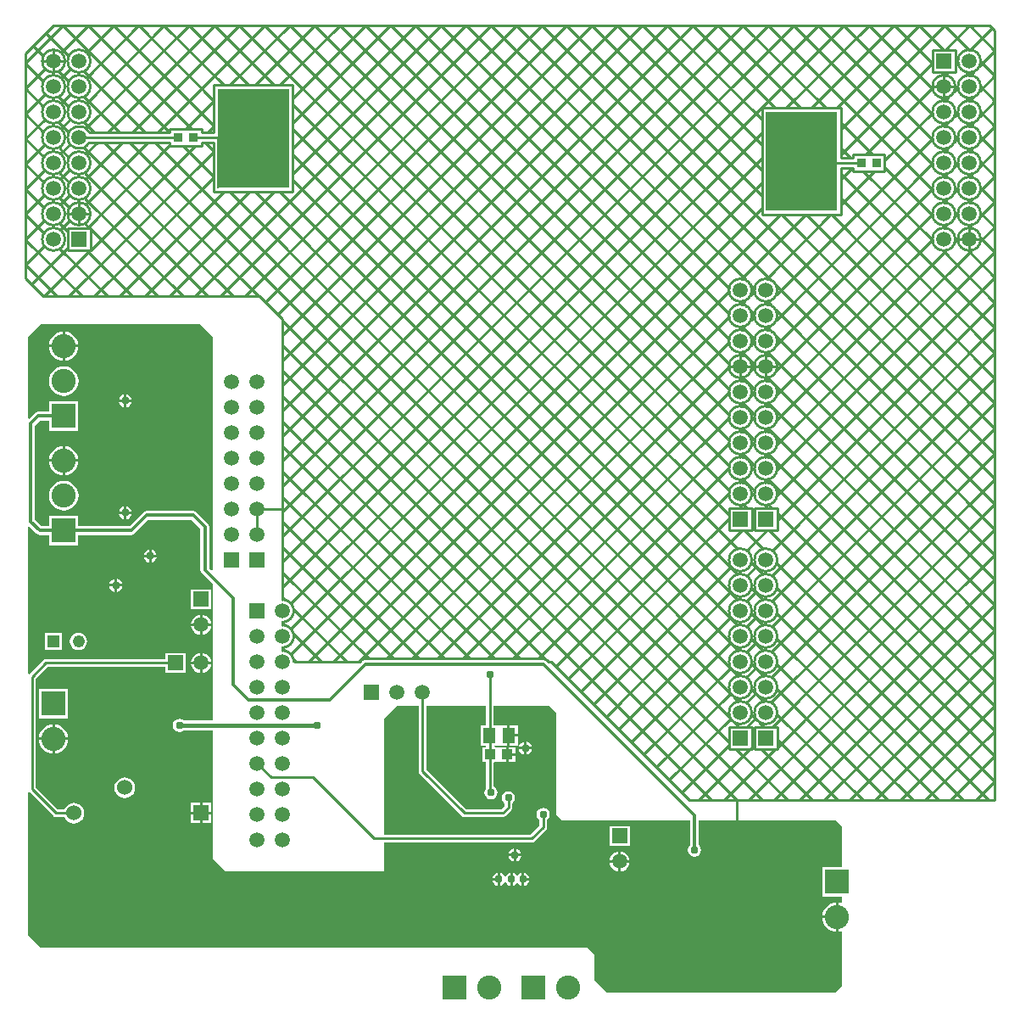
<source format=gbl>
G04 Layer_Physical_Order=2*
G04 Layer_Color=16711680*
%FSLAX25Y25*%
%MOIN*%
G70*
G01*
G75*
%ADD10C,0.01000*%
%ADD13R,0.03500X0.03500*%
%ADD16R,0.05118X0.05906*%
%ADD24C,0.01800*%
%ADD25C,0.01400*%
%ADD26R,0.05906X0.05906*%
%ADD27C,0.05906*%
%ADD28C,0.09500*%
%ADD29R,0.09500X0.09500*%
%ADD30R,0.09500X0.09500*%
%ADD31R,0.05906X0.05906*%
%ADD32R,0.06000X0.06000*%
%ADD33C,0.06000*%
%ADD34C,0.04800*%
%ADD35R,0.04800X0.04800*%
%ADD36C,0.03100*%
%ADD37R,0.04331X0.03937*%
%ADD38R,0.28000X0.39000*%
%ADD39R,0.00500X0.20000*%
G36*
X182500Y367500D02*
Y276105D01*
X182038Y275913D01*
X181233Y276718D01*
Y293000D01*
X181101Y293663D01*
X180726Y294226D01*
X176226Y298726D01*
X175663Y299101D01*
X175000Y299233D01*
X156500D01*
X155837Y299101D01*
X155274Y298726D01*
X149782Y293233D01*
X129750D01*
Y297250D01*
X118250D01*
Y293233D01*
X115218D01*
X112733Y295718D01*
Y332782D01*
X114718Y334767D01*
X118250D01*
Y330750D01*
X129750D01*
Y342250D01*
X118250D01*
Y338233D01*
X114000D01*
X113337Y338101D01*
X112774Y337726D01*
X110462Y335413D01*
X110000Y335605D01*
Y367500D01*
X115000Y372500D01*
X177500D01*
X182500Y367500D01*
D02*
G37*
G36*
X177767Y292282D02*
Y276000D01*
X177899Y275337D01*
X178274Y274774D01*
X182500Y270549D01*
Y216937D01*
X171191D01*
X170495Y217402D01*
X169500Y217600D01*
X168505Y217402D01*
X167662Y216839D01*
X167098Y215995D01*
X166900Y215000D01*
X167098Y214005D01*
X167662Y213161D01*
X168505Y212598D01*
X169500Y212400D01*
X170495Y212598D01*
X171191Y213063D01*
X182500D01*
Y162500D01*
X187500Y157500D01*
X250000D01*
Y168500D01*
Y168971D01*
X308000D01*
X308585Y169087D01*
X309081Y169419D01*
X313581Y173919D01*
X313913Y174415D01*
X314029Y175000D01*
Y177955D01*
X314338Y178162D01*
X314902Y179005D01*
X315100Y180000D01*
X314902Y180995D01*
X314338Y181838D01*
X313495Y182402D01*
X312500Y182600D01*
X311505Y182402D01*
X310662Y181838D01*
X310098Y180995D01*
X309900Y180000D01*
X310098Y179005D01*
X310662Y178162D01*
X310971Y177955D01*
Y175634D01*
X307366Y172029D01*
X250000D01*
Y217500D01*
X255000Y222500D01*
X263471D01*
Y197000D01*
X263587Y196415D01*
X263919Y195919D01*
X280419Y179419D01*
X280915Y179087D01*
X281500Y178971D01*
X296500D01*
X297085Y179087D01*
X297581Y179419D01*
X299877Y181714D01*
X300208Y182210D01*
X300325Y182795D01*
Y184455D01*
X300634Y184662D01*
X301197Y185505D01*
X301395Y186500D01*
X301197Y187495D01*
X300634Y188338D01*
X299790Y188902D01*
X298795Y189100D01*
X297800Y188902D01*
X296957Y188338D01*
X296393Y187495D01*
X296195Y186500D01*
X296393Y185505D01*
X296957Y184662D01*
X297266Y184455D01*
Y183429D01*
X295866Y182029D01*
X282134D01*
X266529Y197634D01*
Y222500D01*
X289971D01*
Y214953D01*
X287876D01*
Y207047D01*
X289971D01*
Y206469D01*
X288473D01*
Y200532D01*
X289971D01*
Y190053D01*
X289598Y189495D01*
X289400Y188500D01*
X289598Y187505D01*
X290161Y186662D01*
X291005Y186098D01*
X292000Y185900D01*
X292995Y186098D01*
X293839Y186662D01*
X294402Y187505D01*
X294600Y188500D01*
X294402Y189495D01*
X293839Y190338D01*
X293029Y190879D01*
Y200178D01*
X293383Y200532D01*
X294665D01*
X294803Y200532D01*
X294984D01*
X295165D01*
X295303Y200532D01*
X297831D01*
Y203500D01*
Y206469D01*
X295303D01*
X295165Y206469D01*
X294984D01*
X294803D01*
X294665Y206469D01*
X293511D01*
X293304Y206968D01*
X293383Y207047D01*
X294856D01*
X294994Y207047D01*
X295175D01*
X295356D01*
X295494Y207047D01*
X298415D01*
Y211000D01*
Y214953D01*
X295494D01*
X295356Y214953D01*
X295175D01*
X294994D01*
X294856Y214953D01*
X293029D01*
Y222500D01*
X315000D01*
X317500Y220000D01*
Y215000D01*
Y180000D01*
X320000Y177500D01*
X370267D01*
Y167909D01*
X370162Y167838D01*
X369598Y166995D01*
X369400Y166000D01*
X369598Y165005D01*
X370162Y164162D01*
X371005Y163598D01*
X372000Y163400D01*
X372995Y163598D01*
X373838Y164162D01*
X374402Y165005D01*
X374600Y166000D01*
X374402Y166995D01*
X373838Y167838D01*
X373733Y167909D01*
Y177500D01*
X427500D01*
X430000Y175000D01*
Y159250D01*
X422250D01*
Y147750D01*
X430000D01*
Y145566D01*
X429584Y145288D01*
X429501Y145323D01*
X428500Y145454D01*
Y139720D01*
Y133987D01*
X429501Y134118D01*
X429584Y134153D01*
X430000Y133875D01*
Y112500D01*
X427500Y110000D01*
X337500D01*
X332500Y115000D01*
Y125000D01*
X330000Y127500D01*
X115000D01*
X110000Y132500D01*
Y188645D01*
X110182Y188764D01*
X110500Y188837D01*
X119919Y179419D01*
X120415Y179087D01*
X121000Y178971D01*
X124304D01*
X124506Y178483D01*
X125147Y177647D01*
X125983Y177006D01*
X126956Y176603D01*
X128000Y176465D01*
X129044Y176603D01*
X130017Y177006D01*
X130853Y177647D01*
X131494Y178483D01*
X131897Y179456D01*
X132035Y180500D01*
X131897Y181544D01*
X131494Y182517D01*
X130853Y183353D01*
X130017Y183994D01*
X129044Y184397D01*
X128000Y184535D01*
X126956Y184397D01*
X125983Y183994D01*
X125147Y183353D01*
X124506Y182517D01*
X124304Y182029D01*
X121634D01*
X113029Y190633D01*
Y233366D01*
X117633Y237971D01*
X164047D01*
Y235547D01*
X171953D01*
Y243453D01*
X164047D01*
Y241029D01*
X117000D01*
X116512Y240932D01*
X116415Y240913D01*
X115919Y240581D01*
X110500Y235163D01*
X110182Y235236D01*
X110000Y235355D01*
Y292895D01*
X110462Y293087D01*
X113274Y290274D01*
X113837Y289899D01*
X114500Y289767D01*
X118250D01*
Y285750D01*
X129750D01*
Y289767D01*
X150500D01*
X151163Y289899D01*
X151726Y290274D01*
X157218Y295767D01*
X174282D01*
X177767Y292282D01*
D02*
G37*
%LPC*%
G36*
X305000Y205500D02*
X302999D01*
X303098Y205005D01*
X303661Y204162D01*
X304505Y203598D01*
X305000Y203500D01*
Y205500D01*
D02*
G37*
G36*
X301496Y203000D02*
X298831D01*
Y200532D01*
X301496D01*
Y203000D01*
D02*
G37*
G36*
X119500Y209221D02*
X114266D01*
X114398Y208219D01*
X114977Y206821D01*
X115899Y205620D01*
X117100Y204698D01*
X118499Y204118D01*
X119500Y203987D01*
Y209221D01*
D02*
G37*
G36*
X308000Y205500D02*
X306000D01*
Y203500D01*
X306495Y203598D01*
X307339Y204162D01*
X307902Y205005D01*
X308000Y205500D01*
D02*
G37*
G36*
X148000Y194535D02*
X146956Y194397D01*
X145983Y193994D01*
X145147Y193353D01*
X144506Y192517D01*
X144103Y191544D01*
X143965Y190500D01*
X144103Y189456D01*
X144506Y188483D01*
X145147Y187647D01*
X145983Y187006D01*
X146956Y186603D01*
X148000Y186466D01*
X149044Y186603D01*
X150017Y187006D01*
X150853Y187647D01*
X151494Y188483D01*
X151897Y189456D01*
X152034Y190500D01*
X151897Y191544D01*
X151494Y192517D01*
X150853Y193353D01*
X150017Y193994D01*
X149044Y194397D01*
X148000Y194535D01*
D02*
G37*
G36*
X182000Y180000D02*
X178500D01*
Y176500D01*
X182000D01*
Y180000D01*
D02*
G37*
G36*
X177500Y239000D02*
X174079D01*
X174149Y238468D01*
X174547Y237507D01*
X175181Y236681D01*
X176006Y236047D01*
X176968Y235649D01*
X177500Y235579D01*
Y239000D01*
D02*
G37*
G36*
X182000Y184500D02*
X178500D01*
Y181000D01*
X182000D01*
Y184500D01*
D02*
G37*
G36*
X177500D02*
X174000D01*
Y181000D01*
X177500D01*
Y184500D01*
D02*
G37*
G36*
X119500Y215454D02*
X118499Y215322D01*
X117100Y214743D01*
X115899Y213821D01*
X114977Y212620D01*
X114398Y211222D01*
X114266Y210221D01*
X119500D01*
Y215454D01*
D02*
G37*
G36*
X302474Y210500D02*
X299415D01*
Y207047D01*
X302474D01*
Y210500D01*
D02*
G37*
G36*
X299415Y214953D02*
Y211500D01*
X302474D01*
Y214953D01*
X299415D01*
D02*
G37*
G36*
X120500Y215454D02*
Y210221D01*
X125734D01*
X125602Y211222D01*
X125023Y212620D01*
X124101Y213821D01*
X122900Y214743D01*
X121501Y215322D01*
X120500Y215454D01*
D02*
G37*
G36*
X306000Y208501D02*
Y206500D01*
X308000D01*
X307902Y206995D01*
X307339Y207839D01*
X306495Y208402D01*
X306000Y208501D01*
D02*
G37*
G36*
X125750Y229250D02*
X114250D01*
Y217750D01*
X125750D01*
Y229250D01*
D02*
G37*
G36*
X125734Y209221D02*
X120500D01*
Y203987D01*
X121501Y204118D01*
X122900Y204698D01*
X124101Y205620D01*
X125023Y206821D01*
X125602Y208219D01*
X125734Y209221D01*
D02*
G37*
G36*
X305000Y208501D02*
X304505Y208402D01*
X303661Y207839D01*
X303098Y206995D01*
X302999Y206500D01*
X305000D01*
Y208501D01*
D02*
G37*
G36*
X298831Y206469D02*
Y204000D01*
X301496D01*
Y206469D01*
X298831D01*
D02*
G37*
G36*
X299500Y157001D02*
X299005Y156902D01*
X298162Y156338D01*
X297801Y155798D01*
X297199D01*
X296838Y156338D01*
X295995Y156902D01*
X295500Y157001D01*
Y154500D01*
Y151999D01*
X295995Y152098D01*
X296838Y152662D01*
X297199Y153202D01*
X297801D01*
X298162Y152662D01*
X299005Y152098D01*
X299500Y151999D01*
Y154500D01*
Y157001D01*
D02*
G37*
G36*
X305000D02*
Y155000D01*
X307000D01*
X306902Y155495D01*
X306339Y156338D01*
X305495Y156902D01*
X305000Y157001D01*
D02*
G37*
G36*
X342000Y161000D02*
X338579D01*
X338649Y160468D01*
X339047Y159507D01*
X339681Y158681D01*
X340507Y158047D01*
X341468Y157649D01*
X342000Y157579D01*
Y161000D01*
D02*
G37*
G36*
X304000Y157001D02*
X303505Y156902D01*
X302661Y156338D01*
X302500Y156097D01*
X302000D01*
X301838Y156338D01*
X300995Y156902D01*
X300500Y157001D01*
Y154500D01*
Y151999D01*
X300995Y152098D01*
X301838Y152662D01*
X302000Y152903D01*
X302500D01*
X302661Y152662D01*
X303505Y152098D01*
X304000Y151999D01*
Y154500D01*
Y157001D01*
D02*
G37*
G36*
X294500D02*
X294005Y156902D01*
X293162Y156338D01*
X292598Y155495D01*
X292499Y155000D01*
X294500D01*
Y157001D01*
D02*
G37*
G36*
X427500Y145454D02*
X426499Y145323D01*
X425100Y144743D01*
X423899Y143821D01*
X422977Y142620D01*
X422398Y141221D01*
X422266Y140220D01*
X427500D01*
Y145454D01*
D02*
G37*
G36*
Y139220D02*
X422266D01*
X422398Y138219D01*
X422977Y136821D01*
X423899Y135619D01*
X425100Y134698D01*
X426499Y134118D01*
X427500Y133987D01*
Y139220D01*
D02*
G37*
G36*
X307000Y154000D02*
X305000D01*
Y151999D01*
X305495Y152098D01*
X306339Y152662D01*
X306902Y153505D01*
X307000Y154000D01*
D02*
G37*
G36*
X294500D02*
X292499D01*
X292598Y153505D01*
X293162Y152662D01*
X294005Y152098D01*
X294500Y151999D01*
Y154000D01*
D02*
G37*
G36*
X301854Y166500D02*
Y164500D01*
X303855D01*
X303756Y164995D01*
X303193Y165838D01*
X302349Y166402D01*
X301854Y166500D01*
D02*
G37*
G36*
X300854D02*
X300359Y166402D01*
X299516Y165838D01*
X298952Y164995D01*
X298854Y164500D01*
X300854D01*
Y166500D01*
D02*
G37*
G36*
X177500Y180000D02*
X174000D01*
Y176500D01*
X177500D01*
Y180000D01*
D02*
G37*
G36*
X346453Y175453D02*
X338547D01*
Y167547D01*
X346453D01*
Y175453D01*
D02*
G37*
G36*
X343000Y165421D02*
Y162000D01*
X346421D01*
X346351Y162532D01*
X345953Y163493D01*
X345319Y164319D01*
X344493Y164953D01*
X343532Y165351D01*
X343000Y165421D01*
D02*
G37*
G36*
X300854Y163500D02*
X298854D01*
X298952Y163005D01*
X299516Y162162D01*
X300359Y161598D01*
X300854Y161500D01*
Y163500D01*
D02*
G37*
G36*
X346421Y161000D02*
X343000D01*
Y157579D01*
X343532Y157649D01*
X344493Y158047D01*
X345319Y158681D01*
X345953Y159507D01*
X346351Y160468D01*
X346421Y161000D01*
D02*
G37*
G36*
X342000Y165421D02*
X341468Y165351D01*
X340507Y164953D01*
X339681Y164319D01*
X339047Y163493D01*
X338649Y162532D01*
X338579Y162000D01*
X342000D01*
Y165421D01*
D02*
G37*
G36*
X303855Y163500D02*
X301854D01*
Y161500D01*
X302349Y161598D01*
X303193Y162162D01*
X303756Y163005D01*
X303855Y163500D01*
D02*
G37*
G36*
X129734Y318559D02*
X124500D01*
Y313325D01*
X125501Y313457D01*
X126900Y314036D01*
X128101Y314958D01*
X129023Y316159D01*
X129602Y317558D01*
X129734Y318559D01*
D02*
G37*
G36*
X123500D02*
X118266D01*
X118398Y317558D01*
X118977Y316159D01*
X119899Y314958D01*
X121100Y314036D01*
X122499Y313457D01*
X123500Y313325D01*
Y318559D01*
D02*
G37*
G36*
X124500Y324793D02*
Y319559D01*
X129734D01*
X129602Y320560D01*
X129023Y321959D01*
X128101Y323160D01*
X126900Y324082D01*
X125501Y324661D01*
X124500Y324793D01*
D02*
G37*
G36*
X123500D02*
X122499Y324661D01*
X121100Y324082D01*
X119899Y323160D01*
X118977Y321959D01*
X118398Y320560D01*
X118266Y319559D01*
X123500D01*
Y324793D01*
D02*
G37*
G36*
X124000Y311079D02*
X122499Y310881D01*
X121100Y310302D01*
X119899Y309381D01*
X118977Y308179D01*
X118398Y306781D01*
X118200Y305279D01*
X118398Y303779D01*
X118977Y302380D01*
X119899Y301179D01*
X121100Y300257D01*
X122499Y299677D01*
X124000Y299480D01*
X125501Y299677D01*
X126900Y300257D01*
X128101Y301179D01*
X129023Y302380D01*
X129602Y303779D01*
X129800Y305279D01*
X129602Y306781D01*
X129023Y308179D01*
X128101Y309381D01*
X126900Y310302D01*
X125501Y310881D01*
X124000Y311079D01*
D02*
G37*
G36*
X150741Y298000D02*
X148740D01*
Y296000D01*
X149235Y296098D01*
X150079Y296661D01*
X150642Y297505D01*
X150741Y298000D01*
D02*
G37*
G36*
X147740D02*
X145740D01*
X145838Y297505D01*
X146402Y296661D01*
X147245Y296098D01*
X147740Y296000D01*
Y298000D01*
D02*
G37*
G36*
X148740Y301000D02*
Y299000D01*
X150741D01*
X150642Y299495D01*
X150079Y300339D01*
X149235Y300902D01*
X148740Y301000D01*
D02*
G37*
G36*
X147740D02*
X147245Y300902D01*
X146402Y300339D01*
X145838Y299495D01*
X145740Y299000D01*
X147740D01*
Y301000D01*
D02*
G37*
G36*
X129734Y363559D02*
X124500D01*
Y358325D01*
X125501Y358457D01*
X126900Y359036D01*
X128101Y359958D01*
X129023Y361159D01*
X129602Y362558D01*
X129734Y363559D01*
D02*
G37*
G36*
X123500D02*
X118266D01*
X118398Y362558D01*
X118977Y361159D01*
X119899Y359958D01*
X121100Y359036D01*
X122499Y358457D01*
X123500Y358325D01*
Y363559D01*
D02*
G37*
G36*
X124500Y369793D02*
Y364559D01*
X129734D01*
X129602Y365560D01*
X129023Y366959D01*
X128101Y368160D01*
X126900Y369082D01*
X125501Y369661D01*
X124500Y369793D01*
D02*
G37*
G36*
X123500Y369793D02*
X122499Y369661D01*
X121100Y369082D01*
X119899Y368160D01*
X118977Y366959D01*
X118398Y365560D01*
X118266Y364559D01*
X123500D01*
Y369793D01*
D02*
G37*
G36*
X124000Y356079D02*
X122499Y355882D01*
X121100Y355302D01*
X119899Y354380D01*
X118977Y353179D01*
X118398Y351781D01*
X118200Y350279D01*
X118398Y348779D01*
X118977Y347380D01*
X119899Y346179D01*
X121100Y345257D01*
X122499Y344677D01*
X124000Y344480D01*
X125501Y344677D01*
X126900Y345257D01*
X128101Y346179D01*
X129023Y347380D01*
X129602Y348779D01*
X129800Y350279D01*
X129602Y351781D01*
X129023Y353179D01*
X128101Y354380D01*
X126900Y355302D01*
X125501Y355882D01*
X124000Y356079D01*
D02*
G37*
G36*
X150741Y342000D02*
X148740D01*
Y340000D01*
X149235Y340098D01*
X150079Y340662D01*
X150642Y341505D01*
X150741Y342000D01*
D02*
G37*
G36*
X147740D02*
X145740D01*
X145838Y341505D01*
X146402Y340662D01*
X147245Y340098D01*
X147740Y340000D01*
Y342000D01*
D02*
G37*
G36*
X148740Y345001D02*
Y343000D01*
X150741D01*
X150642Y343495D01*
X150079Y344338D01*
X149235Y344902D01*
X148740Y345001D01*
D02*
G37*
G36*
X147740D02*
X147245Y344902D01*
X146402Y344338D01*
X145838Y343495D01*
X145740Y343000D01*
X147740D01*
Y345001D01*
D02*
G37*
G36*
X181921Y254000D02*
X178500D01*
Y250579D01*
X179032Y250649D01*
X179993Y251047D01*
X180819Y251681D01*
X181453Y252507D01*
X181851Y253468D01*
X181921Y254000D01*
D02*
G37*
G36*
X177500D02*
X174079D01*
X174149Y253468D01*
X174547Y252507D01*
X175181Y251681D01*
X176007Y251047D01*
X176968Y250649D01*
X177500Y250579D01*
Y254000D01*
D02*
G37*
G36*
X178500Y258421D02*
Y255000D01*
X181921D01*
X181851Y255532D01*
X181453Y256493D01*
X180819Y257319D01*
X179993Y257953D01*
X179032Y258351D01*
X178500Y258421D01*
D02*
G37*
G36*
X177500D02*
X176968Y258351D01*
X176007Y257953D01*
X175181Y257319D01*
X174547Y256493D01*
X174149Y255532D01*
X174079Y255000D01*
X177500D01*
Y258421D01*
D02*
G37*
G36*
X123400Y251400D02*
X116600D01*
Y244600D01*
X123400D01*
Y251400D01*
D02*
G37*
G36*
X177500Y243421D02*
X176968Y243351D01*
X176006Y242953D01*
X175181Y242319D01*
X174547Y241493D01*
X174149Y240532D01*
X174079Y240000D01*
X177500D01*
Y243421D01*
D02*
G37*
G36*
X181921Y239000D02*
X178500D01*
Y235579D01*
X179032Y235649D01*
X179993Y236047D01*
X180819Y236681D01*
X181453Y237507D01*
X181851Y238468D01*
X181921Y239000D01*
D02*
G37*
G36*
X129800Y251429D02*
X128912Y251312D01*
X128085Y250970D01*
X127375Y250425D01*
X126830Y249715D01*
X126488Y248888D01*
X126371Y248000D01*
X126488Y247112D01*
X126830Y246285D01*
X127375Y245575D01*
X128085Y245030D01*
X128912Y244688D01*
X129800Y244571D01*
X130688Y244688D01*
X131515Y245030D01*
X132225Y245575D01*
X132770Y246285D01*
X133113Y247112D01*
X133229Y248000D01*
X133113Y248888D01*
X132770Y249715D01*
X132225Y250425D01*
X131515Y250970D01*
X130688Y251312D01*
X129800Y251429D01*
D02*
G37*
G36*
X178500Y243421D02*
Y240000D01*
X181921D01*
X181851Y240532D01*
X181453Y241493D01*
X180819Y242319D01*
X179993Y242953D01*
X179032Y243351D01*
X178500Y243421D01*
D02*
G37*
G36*
X160501Y281000D02*
X158500D01*
Y278999D01*
X158995Y279098D01*
X159838Y279661D01*
X160402Y280505D01*
X160501Y281000D01*
D02*
G37*
G36*
X157500D02*
X155499D01*
X155598Y280505D01*
X156162Y279661D01*
X157005Y279098D01*
X157500Y278999D01*
Y281000D01*
D02*
G37*
G36*
X158500Y284000D02*
Y282000D01*
X160501D01*
X160402Y282495D01*
X159838Y283338D01*
X158995Y283902D01*
X158500Y284000D01*
D02*
G37*
G36*
X157500D02*
X157005Y283902D01*
X156162Y283338D01*
X155598Y282495D01*
X155499Y282000D01*
X157500D01*
Y284000D01*
D02*
G37*
G36*
X145000Y272500D02*
Y270500D01*
X147001D01*
X146902Y270995D01*
X146338Y271838D01*
X145495Y272402D01*
X145000Y272500D01*
D02*
G37*
G36*
X144000Y269500D02*
X141999D01*
X142098Y269005D01*
X142662Y268162D01*
X143505Y267598D01*
X144000Y267499D01*
Y269500D01*
D02*
G37*
G36*
X181953Y268453D02*
X174047D01*
Y260547D01*
X181953D01*
Y268453D01*
D02*
G37*
G36*
X144000Y272500D02*
X143505Y272402D01*
X142662Y271838D01*
X142098Y270995D01*
X141999Y270500D01*
X144000D01*
Y272500D01*
D02*
G37*
G36*
X147001Y269500D02*
X145000D01*
Y267499D01*
X145495Y267598D01*
X146338Y268162D01*
X146902Y269005D01*
X147001Y269500D01*
D02*
G37*
%LPD*%
D10*
X484453Y476000D02*
G03*
X484453Y476000I-4453J0D01*
G01*
Y466000D02*
G03*
X484453Y466000I-4453J0D01*
G01*
Y456000D02*
G03*
X484453Y456000I-4453J0D01*
G01*
Y446000D02*
G03*
X484453Y446000I-4453J0D01*
G01*
X474453Y456000D02*
G03*
X474453Y456000I-4453J0D01*
G01*
Y466000D02*
G03*
X474453Y466000I-4453J0D01*
G01*
Y446000D02*
G03*
X474453Y446000I-4453J0D01*
G01*
X484453Y436000D02*
G03*
X484453Y436000I-4453J0D01*
G01*
Y426000D02*
G03*
X484453Y426000I-4453J0D01*
G01*
Y406000D02*
G03*
X484453Y406000I-4453J0D01*
G01*
Y416000D02*
G03*
X484453Y416000I-4453J0D01*
G01*
X474453Y406000D02*
G03*
X474453Y406000I-4453J0D01*
G01*
Y416000D02*
G03*
X474453Y416000I-4453J0D01*
G01*
Y436000D02*
G03*
X474453Y436000I-4453J0D01*
G01*
Y426000D02*
G03*
X474453Y426000I-4453J0D01*
G01*
X404453Y386000D02*
G03*
X404453Y386000I-4453J0D01*
G01*
Y316000D02*
G03*
X404453Y316000I-4453J0D01*
G01*
Y356000D02*
G03*
X404453Y356000I-4453J0D01*
G01*
Y366000D02*
G03*
X404453Y366000I-4453J0D01*
G01*
Y326000D02*
G03*
X404453Y326000I-4453J0D01*
G01*
Y346000D02*
G03*
X404453Y346000I-4453J0D01*
G01*
Y240000D02*
G03*
X404453Y240000I-4453J0D01*
G01*
Y230000D02*
G03*
X404453Y230000I-4453J0D01*
G01*
Y220000D02*
G03*
X404453Y220000I-4453J0D01*
G01*
Y306000D02*
G03*
X404453Y306000I-4453J0D01*
G01*
Y280000D02*
G03*
X404453Y280000I-4453J0D01*
G01*
Y376000D02*
G03*
X404453Y376000I-4453J0D01*
G01*
Y336000D02*
G03*
X404453Y336000I-4453J0D01*
G01*
Y270000D02*
G03*
X404453Y270000I-4453J0D01*
G01*
Y260000D02*
G03*
X404453Y260000I-4453J0D01*
G01*
Y250000D02*
G03*
X404453Y250000I-4453J0D01*
G01*
X134453Y476000D02*
G03*
X134453Y476000I-4453J0D01*
G01*
Y466000D02*
G03*
X134453Y466000I-4453J0D01*
G01*
Y456000D02*
G03*
X134453Y456000I-4453J0D01*
G01*
X133978Y448000D02*
G03*
X133978Y444000I-3978J-2000D01*
G01*
X124453Y476000D02*
G03*
X124453Y476000I-4453J0D01*
G01*
Y466000D02*
G03*
X124453Y466000I-4453J0D01*
G01*
Y456000D02*
G03*
X124453Y456000I-4453J0D01*
G01*
Y446000D02*
G03*
X124453Y446000I-4453J0D01*
G01*
X134453Y426000D02*
G03*
X134453Y426000I-4453J0D01*
G01*
Y436000D02*
G03*
X134453Y436000I-4453J0D01*
G01*
Y416000D02*
G03*
X134453Y416000I-4453J0D01*
G01*
X124453Y436000D02*
G03*
X124453Y436000I-4453J0D01*
G01*
Y416000D02*
G03*
X124453Y416000I-4453J0D01*
G01*
Y426000D02*
G03*
X124453Y426000I-4453J0D01*
G01*
Y406000D02*
G03*
X124453Y406000I-4453J0D01*
G01*
X394453Y376000D02*
G03*
X394453Y376000I-4453J0D01*
G01*
Y366000D02*
G03*
X394453Y366000I-4453J0D01*
G01*
Y386000D02*
G03*
X394453Y386000I-4453J0D01*
G01*
X394453Y356000D02*
G03*
X394453Y356000I-4453J0D01*
G01*
X394453Y336000D02*
G03*
X394453Y336000I-4453J0D01*
G01*
Y326000D02*
G03*
X394453Y326000I-4453J0D01*
G01*
Y346000D02*
G03*
X394453Y346000I-4453J0D01*
G01*
X394453Y306000D02*
G03*
X394453Y306000I-4453J0D01*
G01*
X394453Y316000D02*
G03*
X394453Y316000I-4453J0D01*
G01*
Y280000D02*
G03*
X394453Y280000I-4453J0D01*
G01*
Y270000D02*
G03*
X394453Y270000I-4453J0D01*
G01*
Y260000D02*
G03*
X394453Y260000I-4453J0D01*
G01*
Y240000D02*
G03*
X394453Y240000I-4453J0D01*
G01*
Y230000D02*
G03*
X394453Y230000I-4453J0D01*
G01*
Y250000D02*
G03*
X394453Y250000I-4453J0D01*
G01*
Y220000D02*
G03*
X394453Y220000I-4453J0D01*
G01*
X314059Y240552D02*
G03*
X312500Y241200I-1560J-1552D01*
G01*
X242500D02*
G03*
X240944Y240556I0J-2200D01*
G01*
X242500Y241200D02*
G03*
X240940Y240552I0J-2200D01*
G01*
X314056Y240556D02*
G03*
X312500Y241200I-1556J-1556D01*
G01*
X210000Y255547D02*
G03*
X214453Y260000I0J4453D01*
G01*
Y250000D02*
G03*
X210000Y254453I-4453J0D01*
G01*
X214453Y260000D02*
G03*
X210000Y264453I-4453J0D01*
G01*
Y245547D02*
G03*
X214453Y250000I0J4453D01*
G01*
Y240000D02*
G03*
X210000Y244453I-4453J0D01*
G01*
X200000Y300000D02*
X210000D01*
X200000Y290000D02*
Y300000D01*
X388671Y174171D02*
Y185500D01*
X488000Y490000D02*
X490000Y488000D01*
X484051Y474152D02*
X490000Y480101D01*
X480150Y490000D02*
X490000Y480150D01*
X484448Y475803D02*
X490000Y470251D01*
X484127Y464328D02*
X490000Y470201D01*
X480432Y480432D02*
X489000Y489000D01*
X480339Y470440D02*
X481848Y471949D01*
X478715Y461737D02*
X479999Y460453D01*
X478567Y471784D02*
X479900Y470452D01*
X484452Y465900D02*
X490000Y460351D01*
X484453Y455999D02*
X490000Y450452D01*
X484189Y454491D02*
X490000Y460302D01*
X484452Y446101D02*
X490000Y440552D01*
X484241Y444643D02*
X490000Y450402D01*
X480245Y460446D02*
X481672Y461873D01*
X480149Y450450D02*
X481509Y451811D01*
X480050Y440452D02*
X481357Y441759D01*
X478856Y451697D02*
X480101Y450452D01*
X470553Y480453D02*
X480100Y490000D01*
X470251D02*
X479803Y480448D01*
X474453Y475899D02*
X475784Y474567D01*
X474453Y474453D02*
X475568Y475568D01*
X465547Y480453D02*
X474453D01*
Y465999D02*
X475737Y464715D01*
X474051Y464151D02*
X475560Y465661D01*
X474452Y456101D02*
X475697Y454856D01*
X474127Y454328D02*
X475554Y455755D01*
X474448Y446205D02*
X475663Y444989D01*
X474189Y444491D02*
X475550Y445851D01*
X484448Y436205D02*
X490000Y430653D01*
X484321Y424924D02*
X490000Y430603D01*
X484284Y434787D02*
X490000Y440503D01*
X484442Y426312D02*
X490000Y420753D01*
X484351Y415055D02*
X490000Y420704D01*
X479950Y430452D02*
X481213Y431716D01*
X479118Y431636D02*
X480312Y430442D01*
X479847Y420450D02*
X481076Y421679D01*
X479242Y421612D02*
X480421Y420433D01*
X484433Y416421D02*
X490000Y410854D01*
X484421Y406534D02*
X490000Y400954D01*
X484377Y405181D02*
X490000Y410804D01*
X480000Y406000D02*
X483953D01*
X479477Y401578D02*
X490000Y391055D01*
X479742Y410445D02*
X480945Y411649D01*
X479361Y411593D02*
X480534Y410421D01*
X480000Y402047D02*
Y406000D01*
Y409953D01*
X478990Y441663D02*
X480205Y440448D01*
X474442Y436312D02*
X475635Y435118D01*
X474433Y426421D02*
X475612Y425242D01*
X474284Y424787D02*
X475548Y426050D01*
X474241Y434643D02*
X475548Y435950D01*
X474421Y416534D02*
X475593Y415361D01*
X474321Y414924D02*
X475550Y416153D01*
X476047Y406000D02*
X480000D01*
X469589Y401566D02*
X490000Y381155D01*
X474405Y406650D02*
X475578Y405477D01*
X474351Y405055D02*
X475555Y406258D01*
X474453Y471547D02*
Y480453D01*
X470432Y470432D02*
X471547Y471547D01*
X465547D02*
X474453D01*
X470000Y466000D02*
Y469953D01*
X466047Y466000D02*
X470000D01*
X460351Y490000D02*
X469899Y480453D01*
X450452Y490000D02*
X465547Y474905D01*
X468905Y471547D02*
X469999Y470453D01*
X465547Y471547D02*
Y480453D01*
X470339Y460440D02*
X471848Y461949D01*
X470245Y450446D02*
X471672Y451873D01*
X470000Y466000D02*
X473953D01*
X470149Y440450D02*
X471509Y441811D01*
X469118Y441636D02*
X470312Y440442D01*
X470000Y462047D02*
Y466000D01*
X468856Y461697D02*
X470101Y460452D01*
X468990Y451663D02*
X470205Y450448D01*
X446750Y436851D02*
X465560Y455661D01*
X427802Y457500D02*
X460301Y490000D01*
X430653D02*
X465663Y454989D01*
X420753Y490000D02*
X465635Y445118D01*
X440552Y490000D02*
X465697Y464856D01*
X429500Y449299D02*
X470201Y490000D01*
X417902Y457500D02*
X450402Y490000D01*
X408003Y457500D02*
X440503Y490000D01*
X398500Y457500D02*
X429500D01*
X391055Y490000D02*
X423555Y457500D01*
X429500Y439399D02*
X465547Y475447D01*
X410854Y490000D02*
X465612Y435242D01*
X400954Y490000D02*
X465593Y425361D01*
X439250Y439250D02*
X465568Y465568D01*
X404127Y384328D02*
X465554Y445755D01*
X429500Y438000D02*
Y457500D01*
X398500Y415500D02*
Y457500D01*
X429500Y441655D02*
X433155Y438000D01*
X429500Y451555D02*
X441805Y439250D01*
X446750Y432750D02*
Y439250D01*
X440250D02*
X440750D01*
Y432750D02*
X446750D01*
X440750Y439250D02*
X446750D01*
X440250D02*
X440750D01*
X434250Y432750D02*
Y434000D01*
X440250Y432750D02*
X440750D01*
X440250D02*
X440750D01*
X470050Y430452D02*
X471357Y431759D01*
X469950Y420452D02*
X471213Y421716D01*
X469847Y410450D02*
X471076Y411679D01*
X469477Y411578D02*
X470650Y410405D01*
X446750Y434305D02*
X465578Y415477D01*
X438406Y432750D02*
X465566Y405589D01*
X469361Y421593D02*
X470534Y420421D01*
X469242Y431612D02*
X470421Y430433D01*
X434250Y439250D02*
X440250D01*
X434250Y438000D02*
Y439250D01*
X429500Y438000D02*
X434250D01*
Y432750D02*
X440250D01*
X429500Y419601D02*
X442649Y432750D01*
X429500Y434000D02*
X434250D01*
X429500Y429500D02*
X434000Y434000D01*
X429500Y415500D02*
Y434000D01*
X398500Y415500D02*
X429500D01*
X400339Y390440D02*
X425399Y415500D01*
X390432Y390432D02*
X415500Y415500D01*
X400486Y381574D02*
X402174Y379886D01*
X394051Y384152D02*
X395560Y385661D01*
X393886Y388174D02*
X395574Y386486D01*
X400245Y380446D02*
X401672Y381873D01*
X390339Y380440D02*
X391848Y381949D01*
X429500Y431756D02*
X490000Y371256D01*
X429500Y421856D02*
X490000Y361356D01*
X425957Y415500D02*
X490000Y351457D01*
X416057Y415500D02*
X490000Y341558D01*
X404351Y335055D02*
X470945Y401649D01*
X404241Y364643D02*
X465548Y425950D01*
X404189Y374491D02*
X465550Y435851D01*
X404321Y344924D02*
X465550Y406153D01*
X404284Y354787D02*
X465548Y416050D01*
X406158Y415500D02*
X490000Y331658D01*
X404415Y305420D02*
X490000Y391005D01*
X404398Y315302D02*
X490000Y400905D01*
X403997Y387963D02*
X490000Y301959D01*
X403732Y368428D02*
X490000Y282161D01*
Y185500D02*
Y488000D01*
X404377Y325181D02*
X480819Y401623D01*
X404453Y295558D02*
X490000Y381106D01*
X403886Y378174D02*
X490000Y292060D01*
X402487Y283693D02*
X490000Y371206D01*
X403467Y358794D02*
X490000Y272261D01*
X402427Y273733D02*
X490000Y361307D01*
X402365Y263773D02*
X490000Y351407D01*
X402176Y233885D02*
X490000Y321709D01*
X401002Y321661D02*
X490000Y232663D01*
X400919Y331643D02*
X490000Y242563D01*
X402111Y223920D02*
X490000Y311809D01*
X401083Y311681D02*
X490000Y222764D01*
X400836Y341626D02*
X490000Y252462D01*
X400751Y351611D02*
X490000Y262362D01*
X402303Y253811D02*
X490000Y341508D01*
X402240Y243848D02*
X490000Y331608D01*
X404453Y206463D02*
X490000Y292010D01*
X423088Y185500D02*
X490000Y252412D01*
X404453Y298411D02*
X490000Y212864D01*
X452786Y185500D02*
X490000Y222714D01*
X442887Y185500D02*
X490000Y232613D01*
X432987Y185500D02*
X490000Y242513D01*
X404453Y291547D02*
Y300453D01*
X472585Y185500D02*
X490000Y202915D01*
X404453Y205547D02*
Y214453D01*
X404344Y249022D02*
X467867Y185500D01*
X413188D02*
X490000Y262312D01*
X404325Y258941D02*
X477766Y185500D01*
X482485D02*
X490000Y193015D01*
X462686Y185500D02*
X490000Y212814D01*
X404378Y229189D02*
X448068Y185500D01*
X404362Y239105D02*
X457967Y185500D01*
X404453Y209316D02*
X428268Y185500D01*
X404393Y219275D02*
X438168Y185500D01*
X402543Y214453D02*
X490000Y301910D01*
X395547Y214453D02*
X404453D01*
X395547Y300453D02*
X404453D01*
X395547Y291547D02*
X404453D01*
X401417D02*
X490000Y202965D01*
X393389Y185500D02*
X490000Y282111D01*
X404283Y278782D02*
X490000Y193065D01*
X403289Y185500D02*
X490000Y272211D01*
X404305Y268861D02*
X487666Y185500D01*
X404305Y268861D02*
X487666Y185500D01*
X398322Y205547D02*
X418369Y185500D01*
X395547Y205547D02*
X404453D01*
X400149Y370450D02*
X401509Y371811D01*
X400576Y371585D02*
X402428Y369732D01*
X400664Y361597D02*
X402794Y359467D01*
X400000Y356000D02*
X403953D01*
X400050Y360453D02*
X401357Y361759D01*
X400000Y356000D02*
Y359953D01*
Y352047D02*
Y356000D01*
X396047D02*
X400000D01*
X399950Y350452D02*
X401213Y351716D01*
X399847Y340450D02*
X401076Y341679D01*
X399742Y330445D02*
X400945Y331649D01*
X399634Y320438D02*
X400819Y321623D01*
X394321Y334924D02*
X395550Y336153D01*
X394284Y344787D02*
X395548Y346050D01*
X394377Y315181D02*
X395562Y316367D01*
X394351Y325055D02*
X395555Y326258D01*
X393733Y378428D02*
X395585Y376576D01*
X394127Y374328D02*
X395554Y375755D01*
X393467Y368794D02*
X395597Y366664D01*
X394189Y364491D02*
X395550Y365851D01*
X390751Y361611D02*
X395611Y356751D01*
X390576Y381585D02*
X392428Y379732D01*
X390245Y370446D02*
X391672Y371873D01*
X390664Y371597D02*
X392794Y369467D01*
X390149Y360450D02*
X391509Y361811D01*
X390919Y341643D02*
X395643Y336919D01*
X391002Y331661D02*
X395661Y327002D01*
X390836Y351626D02*
X395626Y346836D01*
X391162Y311702D02*
X395702Y307162D01*
X391083Y321681D02*
X395681Y317083D01*
X390000Y352047D02*
Y356000D01*
Y359953D01*
X394241Y354643D02*
X395548Y355950D01*
X390050Y350452D02*
X391357Y351759D01*
X399522Y310427D02*
X400698Y311602D01*
X401162Y301702D02*
X402411Y300453D01*
X394398Y305302D02*
X395573Y306478D01*
X399448Y300453D02*
X400580Y301585D01*
X395547Y291547D02*
Y300453D01*
X394453Y291547D02*
Y300453D01*
Y295458D02*
X395547Y296552D01*
X394453Y298512D02*
X395547Y297417D01*
X394393Y229275D02*
X399275Y224393D01*
X397338Y216431D02*
X399316Y214453D01*
X394407Y219362D02*
X396431Y217338D01*
X395547Y205547D02*
Y214453D01*
X394453Y205547D02*
Y214453D01*
Y206363D02*
X395547Y207457D01*
X394453Y209416D02*
X395547Y208322D01*
X394305Y278861D02*
X398861Y274305D01*
X394305Y278861D02*
X398861Y274305D01*
X392547Y283652D02*
X400442Y291547D01*
X394344Y259022D02*
X399022Y254344D01*
X394325Y268941D02*
X398941Y264325D01*
X391518Y291547D02*
X398782Y284283D01*
X391241Y301724D02*
X392512Y300453D01*
X392487Y273693D02*
X396307Y277513D01*
X392427Y263733D02*
X396267Y267573D01*
X394362Y249105D02*
X399105Y244362D01*
X392365Y253773D02*
X396227Y257635D01*
X394378Y239189D02*
X399189Y234378D01*
X392303Y243811D02*
X396189Y247697D01*
X392240Y233848D02*
X396152Y237760D01*
X392176Y223885D02*
X396115Y227824D01*
X393637Y205547D02*
X394453Y206363D01*
X392643Y214453D02*
X396080Y217889D01*
X361356Y490000D02*
X398500Y452856D01*
X351457Y490000D02*
X398500Y442957D01*
X214000Y451588D02*
X252412Y490000D01*
X381155D02*
X413656Y457500D01*
X371256Y490000D02*
X403756Y457500D01*
X199214Y466500D02*
X222714Y490000D01*
X189314Y466500D02*
X212814Y490000D01*
X214000Y461487D02*
X242513Y490000D01*
X209113Y466500D02*
X232613Y490000D01*
X341558D02*
X398500Y433057D01*
X292060Y490000D02*
X392174Y389886D01*
X282161Y490000D02*
X385585Y386576D01*
X331658Y490000D02*
X398500Y423158D01*
X301959Y490000D02*
X401963Y389997D01*
X214000Y431789D02*
X272211Y490000D01*
X195410Y383500D02*
X301910Y490000D01*
X214000Y424500D02*
Y466500D01*
Y441688D02*
X262312Y490000D01*
X173266D02*
X196766Y466500D01*
X183166Y490000D02*
X206666Y466500D01*
X120000Y490000D02*
X488000D01*
X183166D02*
X206665Y466500D01*
X183000D02*
X214000D01*
X132844Y469426D02*
X153417Y490000D01*
X132788Y459472D02*
X163317Y490000D01*
X163366D02*
X186866Y466500D01*
X153467Y490000D02*
X183000Y460467D01*
X151015Y448000D02*
X193015Y490000D01*
X160915Y448000D02*
X202915Y490000D01*
X141116Y448000D02*
X183116Y490000D01*
X183000Y448000D02*
Y466500D01*
X143568Y490000D02*
X183000Y450567D01*
X133668Y490000D02*
X174418Y449250D01*
X132732Y449516D02*
X173216Y490000D01*
X131897Y471972D02*
X155869Y448000D01*
X123768Y490000D02*
X165750Y448019D01*
X172250Y449250D02*
X178250D01*
X180714Y448000D02*
X183000Y450286D01*
X172064Y449250D02*
X183000Y460186D01*
X178250Y444000D02*
X183000D01*
X178250Y448000D02*
X183000D01*
X171750Y449250D02*
X172250D01*
X171750D02*
X172250D01*
X178250Y442750D02*
Y444000D01*
Y448000D02*
Y449250D01*
X183000Y424500D02*
X186500D01*
X183000D02*
Y444000D01*
X179668D02*
X183000Y440668D01*
X186500Y424500D02*
X214000D01*
X183000D02*
X186500D01*
X183000D02*
Y444000D01*
X172250Y442750D02*
X178250D01*
X171750D02*
X172250D01*
X171750D02*
X172250D01*
X165750Y449250D02*
X171750D01*
X165750Y448000D02*
Y449250D01*
X133978Y448000D02*
X165750D01*
X171019Y442750D02*
X183000Y430768D01*
X165750Y442750D02*
X171750D01*
X132617Y429602D02*
X147015Y444000D01*
X131965Y462004D02*
X145969Y448000D01*
X165750Y442750D02*
Y444000D01*
X133978D02*
X165750D01*
X145912Y383500D02*
X186912Y424500D01*
X134453Y401739D02*
X175464Y442750D01*
X165711Y383500D02*
X206711Y424500D01*
X155812Y383500D02*
X196812Y424500D01*
X133267Y410453D02*
X165750Y442936D01*
X132559Y419644D02*
X156915Y444000D01*
X134453Y410019D02*
X160972Y383500D01*
X133025Y401547D02*
X151073Y383500D01*
X132898Y479380D02*
X143518Y490000D01*
X122952Y479334D02*
X133618Y490000D01*
X122898Y469380D02*
X126620Y473102D01*
X120000Y472047D02*
Y476000D01*
Y479953D01*
X121965Y472004D02*
X126004Y467965D01*
X120000Y476000D02*
X123953D01*
X132032Y452038D02*
X136070Y448000D01*
X122844Y459426D02*
X126574Y463156D01*
X132675Y439560D02*
X137116Y444000D01*
X122788Y449472D02*
X126528Y453212D01*
X122032Y462038D02*
X126038Y458032D01*
X122732Y439516D02*
X126484Y443268D01*
X122098Y452072D02*
X126073Y448098D01*
X116935Y486935D02*
X125972Y477897D01*
X109000Y475281D02*
X123719Y490000D01*
X116047Y476000D02*
X120000D01*
X111985Y481985D02*
X116004Y477965D01*
X109000Y479000D02*
X120000Y490000D01*
X109000Y465382D02*
X116666Y473048D01*
X109000Y475070D02*
X116038Y468032D01*
X109000Y455482D02*
X116620Y463102D01*
X109000Y445583D02*
X116574Y453156D01*
X109000Y435683D02*
X116528Y443212D01*
X109000Y465171D02*
X116072Y458098D01*
X109000Y390500D02*
Y479000D01*
Y445372D02*
X116144Y438227D01*
X109000Y455271D02*
X116108Y448163D01*
X130000Y416000D02*
Y419953D01*
Y416000D02*
X133953D01*
X130000Y412047D02*
Y416000D01*
X122675Y429560D02*
X126441Y433325D01*
X122617Y419602D02*
X126398Y423383D01*
X126047Y416000D02*
X130000D01*
X122291Y422182D02*
X126182Y418291D01*
X125547Y410453D02*
X134453D01*
X134019D02*
X134453Y410019D01*
Y401547D02*
Y410453D01*
X125547Y401547D02*
X134453D01*
X122559Y409644D02*
X126356Y413441D01*
X122353Y412220D02*
X125547Y409025D01*
X132290Y412182D02*
X134019Y410453D01*
X125547Y401547D02*
Y410453D01*
X122163Y442108D02*
X126108Y438163D01*
X122227Y432144D02*
X126144Y428227D01*
X109000Y425784D02*
X116484Y433268D01*
X109000Y435472D02*
X116182Y428291D01*
X109000Y415884D02*
X116440Y423325D01*
X109000Y425573D02*
X116220Y418353D01*
X109000Y405774D02*
X131274Y383500D01*
X111157Y388343D02*
X125547Y402733D01*
X109000Y395874D02*
X121374Y383500D01*
X109000Y405985D02*
X116398Y413382D01*
X109000Y415673D02*
X116259Y408414D01*
X109000Y390500D02*
X116000Y383500D01*
X109000Y396085D02*
X116356Y403441D01*
X390000Y356000D02*
X393953D01*
X252462Y490000D02*
X385626Y356836D01*
X242563Y490000D02*
X385643Y346919D01*
X386047Y356000D02*
X390000D01*
X232663Y490000D02*
X385661Y337002D01*
X321759Y490000D02*
X490000Y321759D01*
X311859Y490000D02*
X490000Y311859D01*
X214000Y429467D02*
X389105Y254362D01*
X230100Y240000D02*
X405601Y415500D01*
X220201Y240000D02*
X398500Y418299D01*
X222764Y490000D02*
X385681Y327083D01*
X214000Y459165D02*
X388861Y284305D01*
X214000Y439366D02*
X389022Y264344D01*
X214000Y449266D02*
X388941Y274325D01*
X210000Y289196D02*
X410804Y490000D01*
X210000Y279296D02*
X420704Y490000D01*
X210000Y299095D02*
X400905Y490000D01*
X210000Y269397D02*
X430603Y490000D01*
X210000Y279296D02*
X420704Y490000D01*
X210000Y308995D02*
X391005Y490000D01*
X202965D02*
X385724Y307241D01*
X214000Y459166D02*
X388861Y284305D01*
X212864Y490000D02*
X385702Y317162D01*
X213390Y262887D02*
X398500Y447998D01*
X213343Y252941D02*
X398500Y438098D01*
X213296Y242994D02*
X398500Y428198D01*
X210000Y374070D02*
X398570Y185500D01*
X199168Y424500D02*
X389275Y234393D01*
X209068Y424500D02*
X389189Y244378D01*
X159869Y444000D02*
X386216Y217653D01*
X210000Y364171D02*
X388671Y185500D01*
X189269Y424500D02*
X386431Y227338D01*
X389950Y340453D02*
X391213Y341716D01*
X389847Y330450D02*
X391076Y331679D01*
X389742Y320445D02*
X390945Y321649D01*
X389633Y310438D02*
X390819Y311623D01*
X385547Y291547D02*
X394453D01*
X385547Y300453D02*
X394453D01*
X388422Y205547D02*
X408469Y185500D01*
X389548Y300453D02*
X390698Y301602D01*
X387653Y216216D02*
X389416Y214453D01*
X387338Y226431D02*
X389362Y224407D01*
X385547Y214453D02*
X394453D01*
X332197Y223303D02*
X386348Y277453D01*
X327247Y228253D02*
X390542Y291547D01*
X342097Y213403D02*
X386267Y257573D01*
X337147Y218353D02*
X386307Y267513D01*
X385547Y205547D02*
X394453D01*
X373590Y185500D02*
X393637Y205547D01*
X383490Y185500D02*
X403537Y205547D01*
X370000Y185500D02*
X490000D01*
X351996Y203504D02*
X386189Y237697D01*
X347046Y208454D02*
X386227Y247635D01*
X361896Y193604D02*
X386115Y217824D01*
X356946Y198554D02*
X386152Y227760D01*
X210000Y328794D02*
X371206Y490000D01*
X210000Y318894D02*
X381106Y490000D01*
X210000Y338693D02*
X361307Y490000D01*
X272261D02*
X385597Y376664D01*
X262362Y490000D02*
X385611Y366751D01*
X210000Y348593D02*
X351407Y490000D01*
X210000Y358492D02*
X341508Y490000D01*
X210000Y264453D02*
Y374500D01*
Y368392D02*
X331608Y490000D01*
X251099Y241200D02*
X385560Y375661D01*
X260999Y241200D02*
X385554Y365755D01*
X240000Y240000D02*
X385568Y385568D01*
X300597Y241200D02*
X385550Y326153D01*
X270898Y241200D02*
X385550Y355851D01*
X280798Y241200D02*
X385547Y345950D01*
X210000Y354271D02*
X378771Y185500D01*
X290697Y241200D02*
X385547Y336050D01*
X210000Y334472D02*
X303272Y241200D01*
X175611Y383500D02*
X282111Y490000D01*
X185510Y383500D02*
X292010Y490000D01*
X140070Y444000D02*
X200570Y383500D01*
X136013D02*
X183000Y430487D01*
X116000Y383500D02*
X201000D01*
X132227Y422144D02*
X170872Y383500D01*
X132163Y432108D02*
X180771Y383500D01*
X122414Y402259D02*
X141173Y383500D01*
X116214D02*
X134261Y401547D01*
X208104Y376396D02*
X321709Y490000D01*
X193065D02*
X385547Y297518D01*
X210000Y344372D02*
X313337Y241035D01*
X149969Y444000D02*
X385547Y208422D01*
X203155Y381345D02*
X311809Y490000D01*
X132098Y442072D02*
X190671Y383500D01*
X201000D02*
X210000Y374500D01*
X126113Y383500D02*
X183000Y440387D01*
X385547Y291547D02*
Y300453D01*
X310496Y241200D02*
X385555Y316258D01*
X314611Y240000D02*
X315500D01*
X314059Y240552D02*
X314611Y240000D01*
X242500Y241200D02*
X312500D01*
X317348Y238152D02*
X385562Y306366D01*
X322298Y233202D02*
X385547Y296452D01*
X315500Y240000D02*
X370000Y185500D01*
X385547Y205547D02*
Y214453D01*
X366845Y188655D02*
X385547Y207357D01*
X214381Y260794D02*
X235176Y240000D01*
X214357Y250919D02*
X225276Y240000D01*
X240389D02*
X240940Y240552D01*
X214453Y240000D02*
X240389D01*
X210000Y245377D02*
X211049Y244327D01*
X210000Y254453D02*
Y255547D01*
Y265176D02*
X210794Y264381D01*
X210000Y244453D02*
Y245547D01*
Y255276D02*
X210919Y254357D01*
X210000Y314673D02*
X283473Y241200D01*
X210000Y324573D02*
X293373Y241200D01*
X210000Y294874D02*
X263674Y241200D01*
X210000Y304774D02*
X273574Y241200D01*
X210000Y275075D02*
X243875Y241200D01*
X210000Y284975D02*
X253775Y241200D01*
X214327Y241049D02*
X215377Y240000D01*
X427000Y436000D02*
X437500D01*
X175000Y446000D02*
X185000D01*
X130000D02*
X169000D01*
X200000Y200000D02*
X205500Y194500D01*
X222000D01*
X246000Y170500D01*
X308000D01*
X312500Y175000D01*
Y180000D01*
X281500Y180500D02*
X296500D01*
X265000Y197000D02*
X281500Y180500D01*
X265000Y197000D02*
Y228000D01*
X296500Y180500D02*
X298795Y182795D01*
Y186500D01*
X291500Y189000D02*
Y235000D01*
Y189000D02*
X292000Y188500D01*
X117000Y239500D02*
X168000D01*
X111500Y234000D02*
X117000Y239500D01*
X111500Y190000D02*
Y234000D01*
Y190000D02*
X121000Y180500D01*
X128000D01*
D13*
X169000Y446000D02*
D03*
X175000D02*
D03*
X443500Y436000D02*
D03*
X437500D02*
D03*
D16*
X291435Y211000D02*
D03*
X298915D02*
D03*
D24*
X169500Y215000D02*
X223500D01*
D25*
X312500Y239000D02*
X372000Y179500D01*
Y166000D02*
Y179500D01*
X190500Y231000D02*
Y265000D01*
X242500Y239000D02*
X312500D01*
X228500Y225000D02*
X242500Y239000D01*
X196500Y225000D02*
X228500D01*
X190500Y231000D02*
X196500Y225000D01*
X190500Y231000D02*
Y237000D01*
X114000Y336500D02*
X124000D01*
X111000Y333500D02*
X114000Y336500D01*
X111000Y295000D02*
Y333500D01*
Y295000D02*
X114500Y291500D01*
X124000D01*
X150500D01*
X156500Y297500D01*
X175000D01*
X179500Y293000D01*
Y276000D02*
Y293000D01*
Y276000D02*
X190500Y265000D01*
D26*
X342500Y171500D02*
D03*
X470000Y476000D02*
D03*
X130000Y406000D02*
D03*
X390000Y210000D02*
D03*
X400000D02*
D03*
X200000Y260000D02*
D03*
X178000Y264500D02*
D03*
X190000Y280000D02*
D03*
X200000D02*
D03*
X390000Y296000D02*
D03*
X400000D02*
D03*
D27*
X342500Y161500D02*
D03*
X480000Y476000D02*
D03*
X470000Y466000D02*
D03*
X480000D02*
D03*
X470000Y456000D02*
D03*
X480000Y456000D02*
D03*
X470000Y446000D02*
D03*
X480000D02*
D03*
X470000Y436000D02*
D03*
X480000D02*
D03*
X470000Y426000D02*
D03*
X480000D02*
D03*
X470000Y416000D02*
D03*
X480000D02*
D03*
X470000Y406000D02*
D03*
X480000Y406000D02*
D03*
X120000D02*
D03*
X130000Y416000D02*
D03*
X120000D02*
D03*
X130000Y426000D02*
D03*
X120000Y426000D02*
D03*
X130000Y436000D02*
D03*
X120000D02*
D03*
X130000Y446000D02*
D03*
X120000D02*
D03*
X130000Y456000D02*
D03*
X120000D02*
D03*
X130000Y466000D02*
D03*
X120000D02*
D03*
X130000Y476000D02*
D03*
X120000Y476000D02*
D03*
X265000Y228000D02*
D03*
X255000D02*
D03*
X390000Y280000D02*
D03*
Y270000D02*
D03*
Y260000D02*
D03*
Y250000D02*
D03*
Y240000D02*
D03*
Y230000D02*
D03*
Y220000D02*
D03*
X400000Y280000D02*
D03*
Y270000D02*
D03*
Y260000D02*
D03*
Y250000D02*
D03*
Y240000D02*
D03*
Y230000D02*
D03*
Y220000D02*
D03*
X178000Y239500D02*
D03*
X210000Y170000D02*
D03*
X200000D02*
D03*
X210000Y180000D02*
D03*
X200000D02*
D03*
X210000Y190000D02*
D03*
X200000Y190000D02*
D03*
X210000Y200000D02*
D03*
X200000D02*
D03*
X210000Y210000D02*
D03*
X200000D02*
D03*
X210000Y220000D02*
D03*
X200000D02*
D03*
X210000Y230000D02*
D03*
X200000D02*
D03*
X210000Y240000D02*
D03*
X200000Y240000D02*
D03*
X210000Y250000D02*
D03*
X200000D02*
D03*
X210000Y260000D02*
D03*
X178000Y254500D02*
D03*
X190000Y350000D02*
D03*
Y340000D02*
D03*
Y330000D02*
D03*
Y320000D02*
D03*
Y310000D02*
D03*
Y300000D02*
D03*
Y290000D02*
D03*
X200000Y350000D02*
D03*
Y340000D02*
D03*
Y330000D02*
D03*
Y320000D02*
D03*
Y310000D02*
D03*
Y300000D02*
D03*
Y290000D02*
D03*
X390000Y306000D02*
D03*
X390000Y326000D02*
D03*
Y336000D02*
D03*
Y346000D02*
D03*
X390000Y356000D02*
D03*
X390000Y366000D02*
D03*
Y376000D02*
D03*
Y386000D02*
D03*
Y316000D02*
D03*
X400000Y306000D02*
D03*
Y326000D02*
D03*
Y336000D02*
D03*
Y346000D02*
D03*
Y356000D02*
D03*
Y366000D02*
D03*
Y376000D02*
D03*
Y386000D02*
D03*
Y316000D02*
D03*
D28*
X322280Y112000D02*
D03*
X291280D02*
D03*
X428000Y139720D02*
D03*
X120000Y209720D02*
D03*
X124000Y319059D02*
D03*
Y305279D02*
D03*
Y364059D02*
D03*
Y350279D02*
D03*
D29*
X308500Y112000D02*
D03*
X277500D02*
D03*
D30*
X428000Y153500D02*
D03*
X120000Y223500D02*
D03*
X124000Y291500D02*
D03*
Y336500D02*
D03*
D31*
X245000Y228000D02*
D03*
X168000Y239500D02*
D03*
D32*
X178000Y180500D02*
D03*
D33*
X128000D02*
D03*
X148000Y190500D02*
D03*
D34*
X129800Y248000D02*
D03*
D35*
X120000D02*
D03*
D36*
X112733Y276233D02*
D03*
X148240Y298500D02*
D03*
Y342500D02*
D03*
X169500Y215000D02*
D03*
X223500D02*
D03*
X372000Y166000D02*
D03*
X305500Y206000D02*
D03*
X304500Y154500D02*
D03*
X300000D02*
D03*
X295000D02*
D03*
X158000Y281500D02*
D03*
X144500Y270000D02*
D03*
X301354Y164000D02*
D03*
X291500Y235000D02*
D03*
X298795Y186500D02*
D03*
X292000Y188500D02*
D03*
X312500Y180000D02*
D03*
D37*
X298331Y203500D02*
D03*
X291638D02*
D03*
D38*
X414000Y436500D02*
D03*
X198500Y445500D02*
D03*
D39*
X184750Y436000D02*
D03*
M02*

</source>
